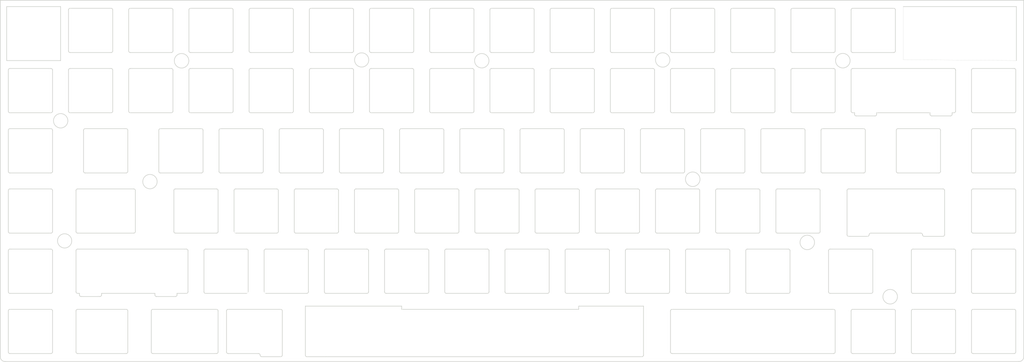
<source format=kicad_pcb>
(kicad_pcb (version 20171130) (host pcbnew "(5.1.9)-1")

  (general
    (thickness 1.6)
    (drawings 750)
    (tracks 0)
    (zones 0)
    (modules 0)
    (nets 1)
  )

  (page A4)
  (layers
    (0 F.Cu signal)
    (31 B.Cu signal)
    (32 B.Adhes user)
    (33 F.Adhes user)
    (34 B.Paste user)
    (35 F.Paste user)
    (36 B.SilkS user)
    (37 F.SilkS user)
    (38 B.Mask user)
    (39 F.Mask user)
    (40 Dwgs.User user)
    (41 Cmts.User user)
    (42 Eco1.User user)
    (43 Eco2.User user)
    (44 Edge.Cuts user)
    (45 Margin user)
    (46 B.CrtYd user)
    (47 F.CrtYd user)
    (48 B.Fab user)
    (49 F.Fab user)
  )

  (setup
    (last_trace_width 0.25)
    (trace_clearance 0.2)
    (zone_clearance 0.508)
    (zone_45_only no)
    (trace_min 0.2)
    (via_size 0.8)
    (via_drill 0.4)
    (via_min_size 0.4)
    (via_min_drill 0.3)
    (uvia_size 0.3)
    (uvia_drill 0.1)
    (uvias_allowed no)
    (uvia_min_size 0.2)
    (uvia_min_drill 0.1)
    (edge_width 0.05)
    (segment_width 0.2)
    (pcb_text_width 0.3)
    (pcb_text_size 1.5 1.5)
    (mod_edge_width 0.12)
    (mod_text_size 1 1)
    (mod_text_width 0.15)
    (pad_size 1.524 1.524)
    (pad_drill 0.762)
    (pad_to_mask_clearance 0)
    (aux_axis_origin 0 0)
    (visible_elements 7FFFFFFF)
    (pcbplotparams
      (layerselection 0x010fc_ffffffff)
      (usegerberextensions false)
      (usegerberattributes true)
      (usegerberadvancedattributes true)
      (creategerberjobfile true)
      (excludeedgelayer true)
      (linewidth 0.100000)
      (plotframeref false)
      (viasonmask false)
      (mode 1)
      (useauxorigin false)
      (hpglpennumber 1)
      (hpglpenspeed 20)
      (hpglpendiameter 15.000000)
      (psnegative false)
      (psa4output false)
      (plotreference true)
      (plotvalue true)
      (plotinvisibletext false)
      (padsonsilk false)
      (subtractmaskfromsilk false)
      (outputformat 1)
      (mirror false)
      (drillshape 0)
      (scaleselection 1)
      (outputdirectory "D:/Keyboard_Designs/rnm-75E/PLATE/gerbers/"))
  )

  (net 0 "")

  (net_class Default "This is the default net class."
    (clearance 0.2)
    (trace_width 0.25)
    (via_dia 0.8)
    (via_drill 0.4)
    (uvia_dia 0.3)
    (uvia_drill 0.1)
  )

  (gr_line (start 57.823364 115.823999) (end 57.8865 115.743) (layer Edge.Cuts) (width 0.05) (tstamp 60A35E5E))
  (gr_arc (start 57.404 115.824) (end 57.386501 116.242999) (angle -92.3916318) (layer Edge.Cuts) (width 0.05))
  (gr_line (start 63.434686 116.258589) (end 63.4365 116.243) (layer Edge.Cuts) (width 0.05) (tstamp 60A35E56))
  (gr_arc (start 63.5 115.697) (end 62.9365 115.742999) (angle -78.69943134) (layer Edge.Cuts) (width 0.05))
  (gr_line (start 53.467 97.028) (end 53.911499 97.193) (layer Edge.Cuts) (width 0.05) (tstamp 60A35E3A))
  (gr_line (start 53.4115 96.693) (end 53.467 97.028) (layer Edge.Cuts) (width 0.05))
  (gr_line (start 265.176 42.291) (end 300.968232 42.592999) (layer Edge.Cuts) (width 0.05) (tstamp 60A35E2E))
  (gr_line (start 265.174 25.511967) (end 265.176 42.291) (layer Edge.Cuts) (width 0.05))
  (gr_arc (start 3.90525 102.743) (end 3.90525 102.243) (angle -90) (layer Edge.Cuts) (width 0.2))
  (gr_arc (start 287.274 96.693) (end 286.774 96.693) (angle -90) (layer Edge.Cuts) (width 0.2))
  (gr_arc (start 225.3615 96.693) (end 224.8615 96.693) (angle -90) (layer Edge.Cuts) (width 0.2))
  (gr_line (start 3.40525 115.743) (end 3.40525 102.743) (layer Edge.Cuts) (width 0.2))
  (gr_arc (start 38.3365 115.743) (end 38.3365 116.243) (angle -90) (layer Edge.Cuts) (width 0.2))
  (gr_line (start 10.99225 117.243) (end 4.992249 117.243) (layer Edge.Cuts) (width 0.2))
  (gr_arc (start 3.90525 115.743) (end 3.40525 115.743) (angle -90) (layer Edge.Cuts) (width 0.2))
  (gr_line (start 4.49225 116.243) (end 3.905249 116.243) (layer Edge.Cuts) (width 0.2))
  (gr_arc (start 270.75575 97.693) (end 271.25575 97.693) (angle -90) (layer Edge.Cuts) (width 0.2))
  (gr_line (start 4.49225 116.743) (end 4.49225 116.243) (layer Edge.Cuts) (width 0.2))
  (gr_arc (start 10.992249 116.743) (end 10.99225 117.243) (angle -90) (layer Edge.Cuts) (width 0.2))
  (gr_line (start 11.49225 116.243) (end 11.49225 116.743) (layer Edge.Cuts) (width 0.2))
  (gr_arc (start 28.86825 116.743) (end 28.36825 116.743) (angle -90) (layer Edge.Cuts) (width 0.2))
  (gr_arc (start 34.86825 116.743) (end 34.86825 117.243) (angle -90) (layer Edge.Cuts) (width 0.2))
  (gr_line (start 34.86825 117.243) (end 28.86825 117.243) (layer Edge.Cuts) (width 0.2))
  (gr_line (start 278.25575 97.693) (end 278.25575 83.693) (layer Edge.Cuts) (width 0.2))
  (gr_line (start 247.87975 98.193) (end 253.87975 98.193) (layer Edge.Cuts) (width 0.2))
  (gr_line (start 277.75575 83.193) (end 247.87975 83.193) (layer Edge.Cuts) (width 0.2))
  (gr_arc (start 300.274 96.693) (end 300.274 97.193) (angle -90) (layer Edge.Cuts) (width 0.2))
  (gr_line (start 38.3365 116.243) (end 35.36825 116.243) (layer Edge.Cuts) (width 0.2))
  (gr_line (start 238.3615 97.193) (end 225.3615 97.193) (layer Edge.Cuts) (width 0.2))
  (gr_arc (start 254.87975 97.693) (end 254.87975 97.193) (angle -90) (layer Edge.Cuts) (width 0.2))
  (gr_arc (start 271.75575 97.692999) (end 271.25575 97.693) (angle -90) (layer Edge.Cuts) (width 0.2))
  (gr_arc (start -4.526001 102.743) (end -4.026001 102.743) (angle -90) (layer Edge.Cuts) (width 0.2))
  (gr_line (start 300.274 83.193) (end 287.274 83.193) (layer Edge.Cuts) (width 0.2))
  (gr_arc (start 277.75575 83.693) (end 278.25575 83.693) (angle -90) (layer Edge.Cuts) (width 0.2))
  (gr_line (start -17.526 116.243) (end -4.526001 116.243) (layer Edge.Cuts) (width 0.2))
  (gr_arc (start 300.274 83.692999) (end 300.774 83.693) (angle -90) (layer Edge.Cuts) (width 0.2))
  (gr_arc (start 238.3615 96.693) (end 238.3615 97.193) (angle -90) (layer Edge.Cuts) (width 0.2))
  (gr_line (start 225.3615 83.193) (end 238.3615 83.193) (layer Edge.Cuts) (width 0.2))
  (gr_arc (start -4.526001 115.743) (end -4.526001 116.243) (angle -90) (layer Edge.Cuts) (width 0.2))
  (gr_arc (start 247.87975 97.693) (end 247.37975 97.693) (angle -90) (layer Edge.Cuts) (width 0.2))
  (gr_line (start 286.774 83.693) (end 286.774 96.693) (layer Edge.Cuts) (width 0.2))
  (gr_arc (start -17.526 115.743) (end -18.026 115.743) (angle -90) (layer Edge.Cuts) (width 0.2))
  (gr_line (start 287.274 97.193) (end 300.274 97.193) (layer Edge.Cuts) (width 0.2))
  (gr_arc (start 225.3615 83.693) (end 225.3615 83.193) (angle -90) (layer Edge.Cuts) (width 0.2))
  (gr_line (start 224.8615 96.693) (end 224.8615 83.693) (layer Edge.Cuts) (width 0.2))
  (gr_arc (start 253.87975 97.693) (end 253.87975 98.193) (angle -90) (layer Edge.Cuts) (width 0.2))
  (gr_line (start 247.37975 83.693) (end 247.37975 97.693) (layer Edge.Cuts) (width 0.2))
  (gr_line (start 271.75575 98.193) (end 277.75575 98.193) (layer Edge.Cuts) (width 0.2))
  (gr_line (start 300.774 96.693) (end 300.774 83.693) (layer Edge.Cuts) (width 0.2))
  (gr_line (start -4.526001 102.243) (end -17.526 102.243) (layer Edge.Cuts) (width 0.2))
  (gr_arc (start 277.75575 97.693) (end 277.75575 98.193) (angle -90) (layer Edge.Cuts) (width 0.2))
  (gr_line (start -4.026001 115.743) (end -4.026001 102.743) (layer Edge.Cuts) (width 0.2))
  (gr_line (start -18.026001 102.743) (end -18.026 115.743) (layer Edge.Cuts) (width 0.2))
  (gr_line (start 238.8615 83.693) (end 238.8615 96.693) (layer Edge.Cuts) (width 0.2))
  (gr_arc (start 247.87975 83.693) (end 247.87975 83.193) (angle -90) (layer Edge.Cuts) (width 0.2))
  (gr_arc (start 238.3615 83.693) (end 238.8615 83.693) (angle -90) (layer Edge.Cuts) (width 0.2))
  (gr_line (start 28.36825 116.743) (end 28.36825 116.243) (layer Edge.Cuts) (width 0.2))
  (gr_line (start 35.36825 116.243) (end 35.36825 116.743) (layer Edge.Cuts) (width 0.2))
  (gr_arc (start -17.526001 102.743) (end -17.526 102.243) (angle -90) (layer Edge.Cuts) (width 0.2))
  (gr_line (start 254.87975 97.193) (end 270.75575 97.192999) (layer Edge.Cuts) (width 0.2))
  (gr_arc (start 287.274 83.693) (end 287.274 83.193) (angle -90) (layer Edge.Cuts) (width 0.2))
  (gr_line (start 28.36825 116.243) (end 11.49225 116.243) (layer Edge.Cuts) (width 0.2))
  (gr_arc (start 38.3365 102.743) (end 38.8365 102.743) (angle -90) (layer Edge.Cuts) (width 0.2))
  (gr_line (start 3.90525 102.243) (end 38.3365 102.243) (layer Edge.Cuts) (width 0.2))
  (gr_arc (start 4.99225 116.743) (end 4.49225 116.743) (angle -90) (layer Edge.Cuts) (width 0.2))
  (gr_arc (start 92.0115 96.693) (end 91.5115 96.693) (angle -90) (layer Edge.Cuts) (width 0.2))
  (gr_arc (start 72.9615 96.693) (end 72.461499 96.693) (angle -90) (layer Edge.Cuts) (width 0.2))
  (gr_line (start 72.9615 83.193) (end 85.9615 83.193) (layer Edge.Cuts) (width 0.2))
  (gr_line (start 105.011499 83.193) (end 92.0115 83.193) (layer Edge.Cuts) (width 0.2))
  (gr_line (start 130.1115 83.193) (end 143.1115 83.193) (layer Edge.Cuts) (width 0.2))
  (gr_arc (start 124.0615 96.692999) (end 124.0615 97.193) (angle -90) (layer Edge.Cuts) (width 0.2))
  (gr_arc (start 111.0615 83.693) (end 111.0615 83.193) (angle -90) (layer Edge.Cuts) (width 0.2))
  (gr_arc (start 130.1115 83.693) (end 130.1115 83.193) (angle -90) (layer Edge.Cuts) (width 0.2))
  (gr_arc (start 92.0115 83.693) (end 92.0115 83.193) (angle -90) (layer Edge.Cuts) (width 0.2))
  (gr_line (start 219.8115 83.693) (end 219.8115 96.693) (layer Edge.Cuts) (width 0.2))
  (gr_line (start 129.6115 96.693) (end 129.6115 83.693) (layer Edge.Cuts) (width 0.2))
  (gr_line (start 181.7115 83.693) (end 181.7115 96.693) (layer Edge.Cuts) (width 0.2))
  (gr_arc (start 168.2115 83.693) (end 168.2115 83.193) (angle -90) (layer Edge.Cuts) (width 0.2))
  (gr_line (start 124.0615 83.193) (end 111.0615 83.193) (layer Edge.Cuts) (width 0.2))
  (gr_arc (start 162.1615 83.693) (end 162.6615 83.693) (angle -90) (layer Edge.Cuts) (width 0.2))
  (gr_arc (start 111.0615 96.693) (end 110.5615 96.693) (angle -90) (layer Edge.Cuts) (width 0.2))
  (gr_arc (start 85.9615 83.693) (end 86.4615 83.693) (angle -90) (layer Edge.Cuts) (width 0.2))
  (gr_line (start 206.3115 83.193) (end 219.3115 83.193) (layer Edge.Cuts) (width 0.2))
  (gr_line (start 187.2615 83.193) (end 200.2615 83.193) (layer Edge.Cuts) (width 0.2))
  (gr_line (start 72.461499 96.693) (end 72.461499 83.693) (layer Edge.Cuts) (width 0.2))
  (gr_line (start 91.5115 83.693) (end 91.5115 96.693) (layer Edge.Cuts) (width 0.2))
  (gr_arc (start 219.3115 83.693) (end 219.8115 83.693) (angle -90) (layer Edge.Cuts) (width 0.2))
  (gr_line (start 200.7615 83.693) (end 200.7615 96.693) (layer Edge.Cuts) (width 0.2))
  (gr_arc (start 200.2615 83.693) (end 200.7615 83.693) (angle -90) (layer Edge.Cuts) (width 0.2))
  (gr_line (start 186.7615 96.693) (end 186.7615 83.693) (layer Edge.Cuts) (width 0.2))
  (gr_arc (start 105.0115 83.693) (end 105.5115 83.693) (angle -90) (layer Edge.Cuts) (width 0.2))
  (gr_arc (start 105.0115 96.692999) (end 105.0115 97.193) (angle -90) (layer Edge.Cuts) (width 0.2))
  (gr_arc (start 149.1615 96.693) (end 148.6615 96.693) (angle -90) (layer Edge.Cuts) (width 0.2))
  (gr_arc (start 162.1615 96.693) (end 162.1615 97.193) (angle -90) (layer Edge.Cuts) (width 0.2))
  (gr_arc (start 85.9615 96.693) (end 85.9615 97.193) (angle -90) (layer Edge.Cuts) (width 0.2))
  (gr_line (start 111.0615 97.193) (end 124.0615 97.193) (layer Edge.Cuts) (width 0.2))
  (gr_arc (start 181.2115 83.693) (end 181.7115 83.693) (angle -90) (layer Edge.Cuts) (width 0.2))
  (gr_arc (start 206.3115 83.693) (end 206.3115 83.193) (angle -90) (layer Edge.Cuts) (width 0.2))
  (gr_line (start 110.5615 83.693) (end 110.5615 96.693) (layer Edge.Cuts) (width 0.2))
  (gr_line (start 148.6615 96.693) (end 148.6615 83.693) (layer Edge.Cuts) (width 0.2))
  (gr_arc (start 72.961499 83.693) (end 72.9615 83.193) (angle -90) (layer Edge.Cuts) (width 0.2))
  (gr_arc (start 219.3115 96.693) (end 219.3115 97.193) (angle -90) (layer Edge.Cuts) (width 0.2))
  (gr_line (start 200.2615 97.193) (end 187.2615 97.193) (layer Edge.Cuts) (width 0.2))
  (gr_line (start 124.5615 96.693) (end 124.5615 83.693) (layer Edge.Cuts) (width 0.2))
  (gr_line (start 162.1615 97.193) (end 149.1615 97.193) (layer Edge.Cuts) (width 0.2))
  (gr_line (start 92.0115 97.193) (end 105.0115 97.193) (layer Edge.Cuts) (width 0.2))
  (gr_line (start 85.9615 97.193) (end 72.9615 97.193) (layer Edge.Cuts) (width 0.2))
  (gr_line (start 86.4615 83.693) (end 86.4615 96.693) (layer Edge.Cuts) (width 0.2))
  (gr_arc (start 187.2615 96.693) (end 186.7615 96.693) (angle -90) (layer Edge.Cuts) (width 0.2))
  (gr_arc (start 200.2615 96.693) (end 200.2615 97.193) (angle -90) (layer Edge.Cuts) (width 0.2))
  (gr_arc (start 206.3115 96.693) (end 205.8115 96.693) (angle -90) (layer Edge.Cuts) (width 0.2))
  (gr_line (start 219.3115 97.193) (end 206.3115 97.193) (layer Edge.Cuts) (width 0.2))
  (gr_line (start 143.1115 97.193) (end 130.1115 97.193) (layer Edge.Cuts) (width 0.2))
  (gr_arc (start 168.2115 96.693) (end 167.7115 96.693) (angle -90) (layer Edge.Cuts) (width 0.2))
  (gr_line (start 105.5115 96.693) (end 105.5115 83.693) (layer Edge.Cuts) (width 0.2))
  (gr_arc (start 124.0615 83.692999) (end 124.5615 83.693) (angle -90) (layer Edge.Cuts) (width 0.2))
  (gr_arc (start 130.1115 96.693) (end 129.6115 96.693) (angle -90) (layer Edge.Cuts) (width 0.2))
  (gr_line (start 168.2115 83.193) (end 181.2115 83.193) (layer Edge.Cuts) (width 0.2))
  (gr_line (start 162.6615 83.693) (end 162.6615 96.693) (layer Edge.Cuts) (width 0.2))
  (gr_arc (start 143.1115 96.693) (end 143.1115 97.193) (angle -90) (layer Edge.Cuts) (width 0.2))
  (gr_line (start 143.6115 83.693) (end 143.6115 96.693) (layer Edge.Cuts) (width 0.2))
  (gr_arc (start 143.1115 83.693) (end 143.6115 83.693) (angle -90) (layer Edge.Cuts) (width 0.2))
  (gr_line (start 167.7115 96.693) (end 167.7115 83.693) (layer Edge.Cuts) (width 0.2))
  (gr_line (start 181.2115 97.193) (end 168.2115 97.193) (layer Edge.Cuts) (width 0.2))
  (gr_arc (start 149.1615 83.693) (end 149.1615 83.193) (angle -90) (layer Edge.Cuts) (width 0.2))
  (gr_line (start 205.8115 96.693) (end 205.8115 83.693) (layer Edge.Cuts) (width 0.2))
  (gr_arc (start 187.2615 83.693) (end 187.2615 83.193) (angle -90) (layer Edge.Cuts) (width 0.2))
  (gr_arc (start 181.2115 96.693) (end 181.2115 97.193) (angle -90) (layer Edge.Cuts) (width 0.2))
  (gr_line (start 149.1615 83.193) (end 162.1615 83.193) (layer Edge.Cuts) (width 0.2))
  (gr_line (start 276.4615 64.143) (end 263.4615 64.143) (layer Edge.Cuts) (width 0.2))
  (gr_line (start 66.9115 97.193) (end 53.911499 97.193) (layer Edge.Cuts) (width 0.2))
  (gr_arc (start 287.274 64.643) (end 287.274 64.143) (angle -90) (layer Edge.Cuts) (width 0.2))
  (gr_arc (start 239.649 77.643) (end 239.149 77.643) (angle -90) (layer Edge.Cuts) (width 0.2))
  (gr_arc (start 300.274 64.642999) (end 300.774 64.643) (angle -90) (layer Edge.Cuts) (width 0.2))
  (gr_arc (start 239.649 64.643) (end 239.649 64.143) (angle -90) (layer Edge.Cuts) (width 0.2))
  (gr_line (start 234.099 64.643) (end 234.099 77.643) (layer Edge.Cuts) (width 0.2))
  (gr_line (start 53.4115 96.693) (end 53.4115 83.693) (layer Edge.Cuts) (width 0.2))
  (gr_arc (start 276.4615 77.643) (end 276.4615 78.143) (angle -90) (layer Edge.Cuts) (width 0.2))
  (gr_line (start 67.4115 83.693) (end 67.4115 96.693) (layer Edge.Cuts) (width 0.2))
  (gr_line (start -18.026001 83.693) (end -18.026 96.693) (layer Edge.Cuts) (width 0.2))
  (gr_line (start -17.526 97.193) (end -4.526001 97.193) (layer Edge.Cuts) (width 0.2))
  (gr_arc (start 21.66775 83.693) (end 22.16775 83.693) (angle -90) (layer Edge.Cuts) (width 0.2))
  (gr_arc (start 220.599 77.643) (end 220.099 77.643) (angle -90) (layer Edge.Cuts) (width 0.2))
  (gr_arc (start 233.599 64.643) (end 234.099 64.643) (angle -90) (layer Edge.Cuts) (width 0.2))
  (gr_line (start 3.905249 97.193) (end 21.66775 97.193) (layer Edge.Cuts) (width 0.2))
  (gr_line (start -4.026001 96.693) (end -4.026 83.693) (layer Edge.Cuts) (width 0.2))
  (gr_arc (start 47.8615 96.693) (end 47.8615 97.193) (angle -90) (layer Edge.Cuts) (width 0.2))
  (gr_line (start 34.8615 97.193) (end 47.8615 97.193) (layer Edge.Cuts) (width 0.2))
  (gr_line (start 286.774 64.643) (end 286.774 77.643) (layer Edge.Cuts) (width 0.2))
  (gr_line (start 300.274 64.143) (end 287.274 64.143) (layer Edge.Cuts) (width 0.2))
  (gr_line (start 300.774 77.643) (end 300.774 64.643) (layer Edge.Cuts) (width 0.2))
  (gr_arc (start 21.66775 96.692999) (end 21.66775 97.193) (angle -90) (layer Edge.Cuts) (width 0.2))
  (gr_line (start 262.9615 64.643) (end 262.9615 77.643) (layer Edge.Cuts) (width 0.2))
  (gr_arc (start 220.599 64.643) (end 220.599 64.143) (angle -90) (layer Edge.Cuts) (width 0.2))
  (gr_arc (start 34.8615 83.693) (end 34.8615 83.193) (angle -90) (layer Edge.Cuts) (width 0.2))
  (gr_line (start 48.3615 96.693) (end 48.3615 83.693) (layer Edge.Cuts) (width 0.2))
  (gr_arc (start 252.649 77.643) (end 252.649 78.143) (angle -90) (layer Edge.Cuts) (width 0.2))
  (gr_arc (start 263.4615 77.643) (end 262.9615 77.643) (angle -90) (layer Edge.Cuts) (width 0.2))
  (gr_line (start 22.16775 96.693) (end 22.16775 83.693) (layer Edge.Cuts) (width 0.2))
  (gr_arc (start -17.526 96.693) (end -18.026 96.693) (angle -90) (layer Edge.Cuts) (width 0.2))
  (gr_arc (start -4.526001 96.693) (end -4.526001 97.193) (angle -90) (layer Edge.Cuts) (width 0.2))
  (gr_line (start 53.9115 83.193) (end 66.9115 83.193) (layer Edge.Cuts) (width 0.2))
  (gr_arc (start 53.9115 83.693) (end 53.9115 83.193) (angle -90) (layer Edge.Cuts) (width 0.2))
  (gr_arc (start 66.9115 96.693) (end 66.9115 97.193) (angle -90) (layer Edge.Cuts) (width 0.2))
  (gr_line (start 252.649 64.143) (end 239.649 64.143) (layer Edge.Cuts) (width 0.2))
  (gr_line (start 263.4615 78.143) (end 276.4615 78.143) (layer Edge.Cuts) (width 0.2))
  (gr_arc (start 34.8615 96.693) (end 34.3615 96.693) (angle -90) (layer Edge.Cuts) (width 0.2))
  (gr_line (start 233.599 78.143) (end 220.599 78.143) (layer Edge.Cuts) (width 0.2))
  (gr_line (start 276.9615 77.643) (end 276.9615 64.643) (layer Edge.Cuts) (width 0.2))
  (gr_arc (start -17.526001 83.693) (end -17.526 83.193) (angle -90) (layer Edge.Cuts) (width 0.2))
  (gr_line (start 21.66775 83.193) (end 3.90525 83.193) (layer Edge.Cuts) (width 0.2))
  (gr_arc (start 3.905249 96.693) (end 3.405249 96.693) (angle -90) (layer Edge.Cuts) (width 0.2))
  (gr_line (start 47.8615 83.193) (end 34.8615 83.193) (layer Edge.Cuts) (width 0.2))
  (gr_line (start 239.149 64.643) (end 239.149 77.643) (layer Edge.Cuts) (width 0.2))
  (gr_arc (start 233.599 77.643) (end 233.599 78.143) (angle -90) (layer Edge.Cuts) (width 0.2))
  (gr_arc (start 252.649 64.643) (end 253.149 64.643) (angle -90) (layer Edge.Cuts) (width 0.2))
  (gr_line (start 220.099 77.643) (end 220.099 64.643) (layer Edge.Cuts) (width 0.2))
  (gr_arc (start 276.4615 64.643) (end 276.9615 64.643) (angle -90) (layer Edge.Cuts) (width 0.2))
  (gr_arc (start 3.905249 83.693) (end 3.90525 83.193) (angle -90) (layer Edge.Cuts) (width 0.2))
  (gr_arc (start 47.8615 83.692999) (end 48.3615 83.693) (angle -90) (layer Edge.Cuts) (width 0.2))
  (gr_line (start 34.3615 83.693) (end 34.3615 96.693) (layer Edge.Cuts) (width 0.2))
  (gr_arc (start 300.274 77.643) (end 300.274 78.143) (angle -90) (layer Edge.Cuts) (width 0.2))
  (gr_line (start 3.405249 83.693) (end 3.405249 96.693) (layer Edge.Cuts) (width 0.2))
  (gr_arc (start 66.9115 83.693) (end 67.4115 83.693) (angle -90) (layer Edge.Cuts) (width 0.2))
  (gr_arc (start 263.4615 64.643) (end 263.4615 64.143) (angle -90) (layer Edge.Cuts) (width 0.2))
  (gr_line (start 220.599 64.143) (end 233.599 64.142999) (layer Edge.Cuts) (width 0.2))
  (gr_line (start 287.274 78.143) (end 300.274 78.143) (layer Edge.Cuts) (width 0.2))
  (gr_arc (start 287.274 77.643) (end 286.774 77.643) (angle -90) (layer Edge.Cuts) (width 0.2))
  (gr_line (start 253.149 77.643) (end 253.149 64.643) (layer Edge.Cuts) (width 0.2))
  (gr_line (start -4.526001 83.193) (end -17.526 83.193) (layer Edge.Cuts) (width 0.2))
  (gr_line (start 239.649 78.143) (end 252.649 78.143) (layer Edge.Cuts) (width 0.2))
  (gr_arc (start -4.526 83.693) (end -4.026 83.693) (angle -90) (layer Edge.Cuts) (width 0.2))
  (gr_line (start 265.174 23.518) (end 300.968232 23.518) (layer Edge.Cuts) (width 0.2))
  (gr_line (start 300.968232 25.511967) (end 300.968232 42.592999) (layer Edge.Cuts) (width 0.2))
  (gr_line (start -18.53371 42.593) (end -18.53371 25.511967) (layer Edge.Cuts) (width 0.2))
  (gr_line (start 300.968232 25.511967) (end 265.174 25.511967) (layer Edge.Cuts) (width 0.2))
  (gr_line (start -20.551 42.593) (end -20.551 25.511967) (layer Edge.Cuts) (width 0.2))
  (gr_line (start 300.968232 23.518) (end 303.298999 23.518) (layer Edge.Cuts) (width 0.2))
  (gr_line (start -18.53371 25.511967) (end -1.476001 25.511967) (layer Edge.Cuts) (width 0.2))
  (gr_line (start -1.476001 42.593) (end -18.53371 42.593) (layer Edge.Cuts) (width 0.2))
  (gr_line (start 303.298999 23.518) (end 303.298999 42.592999) (layer Edge.Cuts) (width 0.2))
  (gr_line (start -1.476001 25.511967) (end -1.476001 42.593) (layer Edge.Cuts) (width 0.2))
  (gr_arc (start 61.173999 135.793) (end 61.673999 135.793) (angle -90) (layer Edge.Cuts) (width 0.2))
  (gr_line (start 27.71775 121.293) (end 47.8615 121.293) (layer Edge.Cuts) (width 0.2))
  (gr_line (start 62.174 136.293) (end 68.174 136.293) (layer Edge.Cuts) (width 0.2))
  (gr_arc (start 62.174 135.792999) (end 61.673999 135.793) (angle -90) (layer Edge.Cuts) (width 0.2))
  (gr_arc (start 68.173999 135.793) (end 68.174 136.293) (angle -90) (layer Edge.Cuts) (width 0.2))
  (gr_arc (start 209.7865 102.743) (end 210.2865 102.743) (angle -90) (layer Edge.Cuts) (width 0.2))
  (gr_line (start -17.526 121.293) (end -4.526001 121.293) (layer Edge.Cuts) (width 0.2))
  (gr_line (start 196.7865 102.243) (end 209.7865 102.243) (layer Edge.Cuts) (width 0.2))
  (gr_arc (start 255.03025 115.743) (end 255.03025 116.243) (angle -90) (layer Edge.Cuts) (width 0.2))
  (gr_line (start 3.905249 135.293) (end 19.2865 135.293) (layer Edge.Cuts) (width 0.2))
  (gr_arc (start 196.7865 102.743) (end 196.7865 102.243) (angle -90) (layer Edge.Cuts) (width 0.2))
  (gr_arc (start 268.224 115.743) (end 267.724 115.743) (angle -90) (layer Edge.Cuts) (width 0.2))
  (gr_line (start 196.2865 115.743) (end 196.2865 102.743) (layer Edge.Cuts) (width 0.2))
  (gr_arc (start 287.274 115.743) (end 286.774 115.743) (angle -90) (layer Edge.Cuts) (width 0.2))
  (gr_arc (start 196.7865 115.743) (end 196.2865 115.743) (angle -90) (layer Edge.Cuts) (width 0.2))
  (gr_line (start 228.8365 102.243) (end 215.8365 102.243) (layer Edge.Cuts) (width 0.2))
  (gr_arc (start 300.274 115.743) (end 300.274 116.243) (angle -90) (layer Edge.Cuts) (width 0.2))
  (gr_arc (start 242.03025 102.743) (end 242.03025 102.243) (angle -90) (layer Edge.Cuts) (width 0.2))
  (gr_line (start 267.724 102.743) (end 267.724 115.743) (layer Edge.Cuts) (width 0.2))
  (gr_line (start 281.224 102.243) (end 268.224 102.243) (layer Edge.Cuts) (width 0.2))
  (gr_arc (start 281.224 102.743) (end 281.724 102.743) (angle -90) (layer Edge.Cuts) (width 0.2))
  (gr_arc (start -17.526 134.793) (end -18.026 134.793) (angle -90) (layer Edge.Cuts) (width 0.2))
  (gr_line (start 19.7865 134.793) (end 19.7865 121.793) (layer Edge.Cuts) (width 0.2))
  (gr_arc (start 215.8365 115.743) (end 215.3365 115.743) (angle -90) (layer Edge.Cuts) (width 0.2))
  (gr_arc (start 209.7865 115.742999) (end 209.7865 116.243) (angle -90) (layer Edge.Cuts) (width 0.2))
  (gr_arc (start 287.274 102.743) (end 287.274 102.243) (angle -90) (layer Edge.Cuts) (width 0.2))
  (gr_line (start 287.274 116.243) (end 300.274 116.243) (layer Edge.Cuts) (width 0.2))
  (gr_arc (start -4.526001 134.793) (end -4.526001 135.293) (angle -90) (layer Edge.Cuts) (width 0.2))
  (gr_arc (start 3.90525 134.793) (end 3.40525 134.793) (angle -90) (layer Edge.Cuts) (width 0.2))
  (gr_line (start -4.026 121.793) (end -4.026 134.793) (layer Edge.Cuts) (width 0.2))
  (gr_line (start 300.274 102.243) (end 287.274 102.243) (layer Edge.Cuts) (width 0.2))
  (gr_arc (start 19.2865 134.792999) (end 19.2865 135.293) (angle -90) (layer Edge.Cuts) (width 0.2))
  (gr_arc (start 300.274 102.742999) (end 300.774 102.743) (angle -90) (layer Edge.Cuts) (width 0.2))
  (gr_line (start 215.8365 116.243) (end 228.8365 116.243) (layer Edge.Cuts) (width 0.2))
  (gr_arc (start 242.03025 115.743) (end 241.53025 115.743) (angle -90) (layer Edge.Cuts) (width 0.2))
  (gr_line (start -4.526001 135.293) (end -17.526 135.293) (layer Edge.Cuts) (width 0.2))
  (gr_line (start 3.405249 121.793) (end 3.40525 134.793) (layer Edge.Cuts) (width 0.2))
  (gr_arc (start 19.2865 121.793) (end 19.7865 121.793) (angle -90) (layer Edge.Cuts) (width 0.2))
  (gr_line (start 268.224 116.243) (end 281.224 116.243) (layer Edge.Cuts) (width 0.2))
  (gr_arc (start 228.8365 102.743) (end 229.3365 102.743) (angle -90) (layer Edge.Cuts) (width 0.2))
  (gr_arc (start 268.224 102.743) (end 268.224 102.243) (angle -90) (layer Edge.Cuts) (width 0.2))
  (gr_line (start 241.53025 115.743) (end 241.53025 102.743) (layer Edge.Cuts) (width 0.2))
  (gr_line (start 215.3365 102.743) (end 215.3365 115.743) (layer Edge.Cuts) (width 0.2))
  (gr_line (start 300.774 115.743) (end 300.774 102.743) (layer Edge.Cuts) (width 0.2))
  (gr_line (start 286.774 102.743) (end 286.774 115.743) (layer Edge.Cuts) (width 0.2))
  (gr_line (start 242.03025 102.243) (end 255.03025 102.243) (layer Edge.Cuts) (width 0.2))
  (gr_line (start -18.026 134.793) (end -18.026001 121.793) (layer Edge.Cuts) (width 0.2))
  (gr_line (start 281.724 115.743) (end 281.724 102.743) (layer Edge.Cuts) (width 0.2))
  (gr_arc (start 3.905249 121.793) (end 3.90525 121.293) (angle -90) (layer Edge.Cuts) (width 0.2))
  (gr_line (start 134.0865 102.743) (end 134.0865 115.743) (layer Edge.Cuts) (width 0.2))
  (gr_line (start 255.53025 102.743) (end 255.53025 115.743) (layer Edge.Cuts) (width 0.2))
  (gr_line (start 229.3365 115.743) (end 229.3365 102.743) (layer Edge.Cuts) (width 0.2))
  (gr_arc (start 27.71775 121.793) (end 27.71775 121.293) (angle -90) (layer Edge.Cuts) (width 0.2))
  (gr_arc (start 255.03025 102.743) (end 255.53025 102.743) (angle -90) (layer Edge.Cuts) (width 0.2))
  (gr_arc (start -17.526001 121.793) (end -17.526 121.293) (angle -90) (layer Edge.Cuts) (width 0.2))
  (gr_arc (start 27.71775 134.793) (end 27.21775 134.793) (angle -90) (layer Edge.Cuts) (width 0.2))
  (gr_arc (start 215.8365 102.743) (end 215.8365 102.243) (angle -90) (layer Edge.Cuts) (width 0.2))
  (gr_line (start 19.2865 121.293) (end 3.90525 121.293) (layer Edge.Cuts) (width 0.2))
  (gr_line (start 27.21775 134.793) (end 27.21775 121.793) (layer Edge.Cuts) (width 0.2))
  (gr_arc (start 281.224 115.743) (end 281.224 116.243) (angle -90) (layer Edge.Cuts) (width 0.2))
  (gr_line (start 47.8615 135.293) (end 27.71775 135.293) (layer Edge.Cuts) (width 0.2))
  (gr_arc (start 47.861499 134.792999) (end 47.8615 135.293) (angle -90) (layer Edge.Cuts) (width 0.2))
  (gr_arc (start -4.526 121.793) (end -4.026 121.793) (angle -90) (layer Edge.Cuts) (width 0.2))
  (gr_line (start 48.3615 121.793) (end 48.3615 134.793) (layer Edge.Cuts) (width 0.2))
  (gr_arc (start 47.8615 121.793) (end 48.3615 121.793) (angle -90) (layer Edge.Cuts) (width 0.2))
  (gr_arc (start 228.8365 115.743) (end 228.8365 116.243) (angle -90) (layer Edge.Cuts) (width 0.2))
  (gr_line (start 209.7865 116.243) (end 196.7865 116.243) (layer Edge.Cuts) (width 0.2))
  (gr_line (start 255.03025 116.243) (end 242.03025 116.243) (layer Edge.Cuts) (width 0.2))
  (gr_line (start 210.2865 102.743) (end 210.2865 115.743) (layer Edge.Cuts) (width 0.2))
  (gr_line (start 76.4365 116.243) (end 63.4365 116.243) (layer Edge.Cuts) (width 0.2))
  (gr_arc (start 152.6365 115.742999) (end 152.6365 116.243) (angle -90) (layer Edge.Cuts) (width 0.2))
  (gr_line (start 76.9365 102.743) (end 76.9365 115.743) (layer Edge.Cuts) (width 0.2))
  (gr_arc (start 114.5365 102.743) (end 115.0365 102.743) (angle -90) (layer Edge.Cuts) (width 0.2))
  (gr_line (start 133.5865 116.243) (end 120.5865 116.243) (layer Edge.Cuts) (width 0.2))
  (gr_arc (start 171.6865 102.743) (end 172.1865 102.743) (angle -90) (layer Edge.Cuts) (width 0.2))
  (gr_arc (start 158.6865 115.743) (end 158.1865 115.743) (angle -90) (layer Edge.Cuts) (width 0.2))
  (gr_arc (start 133.5865 115.742999) (end 133.5865 116.243) (angle -90) (layer Edge.Cuts) (width 0.2))
  (gr_line (start 115.0365 102.743) (end 115.0365 115.743) (layer Edge.Cuts) (width 0.2))
  (gr_arc (start 177.7365 102.743) (end 177.7365 102.243) (angle -90) (layer Edge.Cuts) (width 0.2))
  (gr_line (start 82.4865 116.243) (end 95.4865 116.243) (layer Edge.Cuts) (width 0.2))
  (gr_line (start 95.9865 115.743) (end 95.9865 102.743) (layer Edge.Cuts) (width 0.2))
  (gr_arc (start 76.4365 115.743) (end 76.4365 116.243) (angle -90) (layer Edge.Cuts) (width 0.2))
  (gr_line (start 158.1865 102.743) (end 158.1865 115.743) (layer Edge.Cuts) (width 0.2))
  (gr_arc (start 139.6365 102.743) (end 139.6365 102.243) (angle -90) (layer Edge.Cuts) (width 0.2))
  (gr_arc (start 171.6865 115.742999) (end 171.6865 116.243) (angle -90) (layer Edge.Cuts) (width 0.2))
  (gr_arc (start 190.7365 102.743) (end 191.2365 102.743) (angle -90) (layer Edge.Cuts) (width 0.2))
  (gr_line (start 57.8865 102.743) (end 57.8865 115.743) (layer Edge.Cuts) (width 0.2))
  (gr_line (start 152.6365 116.243) (end 139.6365 116.243) (layer Edge.Cuts) (width 0.2))
  (gr_line (start 190.7365 102.243) (end 177.7365 102.243) (layer Edge.Cuts) (width 0.2))
  (gr_arc (start 158.6865 102.743) (end 158.6865 102.243) (angle -90) (layer Edge.Cuts) (width 0.2))
  (gr_line (start 171.6865 102.243) (end 158.6865 102.243) (layer Edge.Cuts) (width 0.2))
  (gr_line (start 38.8365 102.743) (end 38.8365 115.743) (layer Edge.Cuts) (width 0.2))
  (gr_line (start 44.3865 102.243) (end 57.3865 102.243) (layer Edge.Cuts) (width 0.2))
  (gr_line (start 63.4365 102.243) (end 76.4365 102.243) (layer Edge.Cuts) (width 0.2))
  (gr_line (start 62.936499 115.743) (end 62.936499 102.743) (layer Edge.Cuts) (width 0.2))
  (gr_arc (start 101.5365 115.742999) (end 101.0365 115.743) (angle -90) (layer Edge.Cuts) (width 0.2))
  (gr_arc (start 114.5365 115.743) (end 114.5365 116.243) (angle -90) (layer Edge.Cuts) (width 0.2))
  (gr_arc (start 152.6365 102.743) (end 153.1365 102.743) (angle -90) (layer Edge.Cuts) (width 0.2))
  (gr_line (start 172.1865 115.743) (end 172.1865 102.743) (layer Edge.Cuts) (width 0.2))
  (gr_line (start 101.0365 115.743) (end 101.0365 102.743) (layer Edge.Cuts) (width 0.2))
  (gr_line (start 191.2365 115.743) (end 191.2365 102.743) (layer Edge.Cuts) (width 0.2))
  (gr_line (start 158.6865 116.243) (end 171.6865 116.243) (layer Edge.Cuts) (width 0.2))
  (gr_arc (start 76.4365 102.743) (end 76.9365 102.743) (angle -90) (layer Edge.Cuts) (width 0.2))
  (gr_line (start 177.2365 102.743) (end 177.2365 115.743) (layer Edge.Cuts) (width 0.2))
  (gr_line (start 177.7365 116.243) (end 190.7365 116.243) (layer Edge.Cuts) (width 0.2))
  (gr_line (start 43.8865 115.743) (end 43.8865 102.743) (layer Edge.Cuts) (width 0.2))
  (gr_line (start 57.3865 116.243) (end 44.386499 116.243) (layer Edge.Cuts) (width 0.2))
  (gr_line (start 114.5365 116.243) (end 101.5365 116.243) (layer Edge.Cuts) (width 0.2))
  (gr_line (start 153.1365 102.743) (end 153.1365 115.743) (layer Edge.Cuts) (width 0.2))
  (gr_line (start 139.6365 102.243) (end 152.6365 102.243) (layer Edge.Cuts) (width 0.2))
  (gr_arc (start 44.3865 102.743) (end 44.3865 102.243) (angle -90) (layer Edge.Cuts) (width 0.2))
  (gr_arc (start 44.3865 115.743) (end 43.8865 115.743) (angle -90) (layer Edge.Cuts) (width 0.2))
  (gr_arc (start 139.6365 115.743) (end 139.1365 115.743) (angle -90) (layer Edge.Cuts) (width 0.2))
  (gr_arc (start 177.7365 115.743) (end 177.2365 115.743) (angle -90) (layer Edge.Cuts) (width 0.2))
  (gr_arc (start 133.5865 102.743) (end 134.0865 102.743) (angle -90) (layer Edge.Cuts) (width 0.2))
  (gr_line (start 81.9865 102.743) (end 81.9865 115.743) (layer Edge.Cuts) (width 0.2))
  (gr_arc (start 63.436499 102.743) (end 63.4365 102.243) (angle -90) (layer Edge.Cuts) (width 0.2))
  (gr_arc (start 190.7365 115.742999) (end 190.7365 116.243) (angle -90) (layer Edge.Cuts) (width 0.2))
  (gr_arc (start 120.5865 115.743) (end 120.0865 115.743) (angle -90) (layer Edge.Cuts) (width 0.2))
  (gr_arc (start 95.4865 115.742999) (end 95.4865 116.243) (angle -90) (layer Edge.Cuts) (width 0.2))
  (gr_arc (start 95.4865 102.743) (end 95.9865 102.743) (angle -90) (layer Edge.Cuts) (width 0.2))
  (gr_line (start 120.5865 102.243) (end 133.5865 102.243) (layer Edge.Cuts) (width 0.2))
  (gr_arc (start 120.5865 102.743) (end 120.5865 102.243) (angle -90) (layer Edge.Cuts) (width 0.2))
  (gr_line (start 120.0865 115.743) (end 120.0865 102.743) (layer Edge.Cuts) (width 0.2))
  (gr_arc (start 82.4865 115.742999) (end 81.9865 115.743) (angle -90) (layer Edge.Cuts) (width 0.2))
  (gr_arc (start 82.4865 102.743) (end 82.4865 102.243) (angle -90) (layer Edge.Cuts) (width 0.2))
  (gr_arc (start 101.5365 102.743) (end 101.5365 102.243) (angle -90) (layer Edge.Cuts) (width 0.2))
  (gr_line (start 139.1365 115.743) (end 139.1365 102.743) (layer Edge.Cuts) (width 0.2))
  (gr_arc (start 57.3865 102.743) (end 57.8865 102.743) (angle -90) (layer Edge.Cuts) (width 0.2))
  (gr_line (start 95.486499 102.243) (end 82.4865 102.243) (layer Edge.Cuts) (width 0.2))
  (gr_line (start 101.5365 102.243) (end 114.5365 102.243) (layer Edge.Cuts) (width 0.2))
  (gr_arc (start 268.224 121.793) (end 268.224 121.293) (angle -90) (layer Edge.Cuts) (width 0.2))
  (gr_arc (start 51.53025 134.793) (end 51.03025 134.793) (angle -90) (layer Edge.Cuts) (width 0.2))
  (gr_arc (start 281.224 121.793) (end 281.724 121.793) (angle -90) (layer Edge.Cuts) (width 0.2))
  (gr_arc (start 262.174 134.793) (end 262.174 135.293) (angle -90) (layer Edge.Cuts) (width 0.2))
  (gr_line (start -20.551 25.511967) (end -20.551 23.518) (layer Edge.Cuts) (width 0.2))
  (gr_line (start -20.551 23.518) (end -1.476001 23.518) (layer Edge.Cuts) (width 0.2))
  (gr_line (start 82.46775 136.293) (end 76.46775 136.293) (layer Edge.Cuts) (width 0.2))
  (gr_circle (center 131.799007 42.638) (end 129.522412 42.638) (layer Edge.Cuts) (width 0.2))
  (gr_circle (center -0.19558 99.638454) (end -2.449112 99.638454) (layer Edge.Cuts) (width 0.2))
  (gr_line (start 262.174 135.293) (end 249.174 135.293) (layer Edge.Cuts) (width 0.2))
  (gr_circle (center 198.548065 80.137373) (end 196.248083 80.137373) (layer Edge.Cuts) (width 0.2))
  (gr_circle (center -1.452361 61.638329) (end -3.728593 61.638329) (layer Edge.Cuts) (width 0.2))
  (gr_line (start 75.96775 120.293) (end 106.46775 120.293) (layer Edge.Cuts) (width 0.2))
  (gr_line (start 182.474 136.293) (end 82.469481 136.293) (layer Edge.Cuts) (width 0.2))
  (gr_line (start 182.974 120.293) (end 182.974 135.793) (layer Edge.Cuts) (width 0.2))
  (gr_circle (center 234.799012 100.128003) (end 232.504111 100.128003) (layer Edge.Cuts) (width 0.2))
  (gr_line (start 106.46775 121.293) (end 162.474 121.293) (layer Edge.Cuts) (width 0.2))
  (gr_arc (start 68.174 121.793) (end 68.674 121.793) (angle -90) (layer Edge.Cuts) (width 0.2))
  (gr_line (start 300.774 134.793) (end 300.774 121.793) (layer Edge.Cuts) (width 0.2))
  (gr_line (start 51.530249 135.293) (end 61.173999 135.293) (layer Edge.Cuts) (width 0.2))
  (gr_line (start 243.624 134.793) (end 243.624 121.793) (layer Edge.Cuts) (width 0.2))
  (gr_line (start 287.274 135.293) (end 300.274 135.293) (layer Edge.Cuts) (width 0.2))
  (gr_line (start 192.024 135.293) (end 243.124 135.293) (layer Edge.Cuts) (width 0.2))
  (gr_line (start 281.224 121.293) (end 268.224 121.293) (layer Edge.Cuts) (width 0.2))
  (gr_arc (start 192.024 134.793) (end 191.524 134.793) (angle -90) (layer Edge.Cuts) (width 0.2))
  (gr_arc (start 281.224 134.793) (end 281.224 135.293) (angle -90) (layer Edge.Cuts) (width 0.2))
  (gr_arc (start 268.224 134.793) (end 267.724 134.793) (angle -90) (layer Edge.Cuts) (width 0.2))
  (gr_arc (start 249.174 121.793) (end 249.174 121.293) (angle -90) (layer Edge.Cuts) (width 0.2))
  (gr_arc (start 249.174 134.793) (end 248.674 134.793) (angle -90) (layer Edge.Cuts) (width 0.2))
  (gr_arc (start 51.530249 121.793) (end 51.53025 121.293) (angle -90) (layer Edge.Cuts) (width 0.2))
  (gr_circle (center 26.800181 80.888543) (end 24.523076 80.888543) (layer Edge.Cuts) (width 0.2))
  (gr_arc (start 192.024 121.793) (end 192.024 121.293) (angle -90) (layer Edge.Cuts) (width 0.2))
  (gr_circle (center 246.048994 42.617999) (end 243.746821 42.617999) (layer Edge.Cuts) (width 0.2))
  (gr_circle (center 189.047343 42.390473) (end 186.772481 42.390473) (layer Edge.Cuts) (width 0.2))
  (gr_line (start 162.474 120.293) (end 182.974 120.293) (layer Edge.Cuts) (width 0.2))
  (gr_arc (start 182.474 135.793) (end 182.474 136.293) (angle -90) (layer Edge.Cuts) (width 0.2))
  (gr_line (start 243.124 121.293) (end 192.024 121.293) (layer Edge.Cuts) (width 0.2))
  (gr_line (start 281.724 134.793) (end 281.724 121.793) (layer Edge.Cuts) (width 0.2))
  (gr_line (start 75.96775 135.793) (end 75.96775 120.293) (layer Edge.Cuts) (width 0.2))
  (gr_arc (start 76.46775 135.793) (end 75.96775 135.793) (angle -90) (layer Edge.Cuts) (width 0.2))
  (gr_line (start 267.724 121.793) (end 267.724 134.793) (layer Edge.Cuts) (width 0.2))
  (gr_line (start 51.030249 121.793) (end 51.03025 134.793) (layer Edge.Cuts) (width 0.2))
  (gr_line (start 249.174 121.293) (end 262.174 121.293) (layer Edge.Cuts) (width 0.2))
  (gr_arc (start 243.124 121.793) (end 243.624 121.793) (angle -90) (layer Edge.Cuts) (width 0.2))
  (gr_line (start 68.174 121.293) (end 51.53025 121.293) (layer Edge.Cuts) (width 0.2))
  (gr_arc (start 243.124 134.792999) (end 243.124 135.293) (angle -90) (layer Edge.Cuts) (width 0.2))
  (gr_line (start 248.674 134.793) (end 248.674 121.793) (layer Edge.Cuts) (width 0.2))
  (gr_line (start 106.46775 120.293) (end 106.46775 121.293) (layer Edge.Cuts) (width 0.2))
  (gr_line (start 286.774 121.793) (end 286.774 134.793) (layer Edge.Cuts) (width 0.2))
  (gr_circle (center 93.799005 42.3855) (end 91.547763 42.3855) (layer Edge.Cuts) (width 0.2))
  (gr_line (start 268.224 135.293) (end 281.224 135.293) (layer Edge.Cuts) (width 0.2))
  (gr_line (start 191.524 121.793) (end 191.524 134.793) (layer Edge.Cuts) (width 0.2))
  (gr_arc (start 300.274 134.793) (end 300.274 135.293) (angle -90) (layer Edge.Cuts) (width 0.2))
  (gr_arc (start 300.274 121.792999) (end 300.774 121.793) (angle -90) (layer Edge.Cuts) (width 0.2))
  (gr_circle (center 261.02756 117.30608) (end 258.723655 117.30608) (layer Edge.Cuts) (width 0.2))
  (gr_circle (center 36.804979 42.648118) (end 34.505012 42.648118) (layer Edge.Cuts) (width 0.2))
  (gr_line (start 162.474 121.293) (end 162.474 120.293) (layer Edge.Cuts) (width 0.2))
  (gr_arc (start 287.274 134.793) (end 286.774 134.793) (angle -90) (layer Edge.Cuts) (width 0.2))
  (gr_arc (start 262.174 121.793) (end 262.674 121.793) (angle -90) (layer Edge.Cuts) (width 0.2))
  (gr_line (start 68.674 135.793) (end 68.674 121.793) (layer Edge.Cuts) (width 0.2))
  (gr_arc (start 287.274 121.793) (end 287.274 121.293) (angle -90) (layer Edge.Cuts) (width 0.2))
  (gr_line (start 300.274 121.293) (end 287.274 121.293) (layer Edge.Cuts) (width 0.2))
  (gr_line (start 262.674 121.793) (end 262.674 134.793) (layer Edge.Cuts) (width 0.2))
  (gr_line (start 300.274 59.093) (end 287.274 59.093) (layer Edge.Cuts) (width 0.2))
  (gr_arc (start 256.261 59.592999) (end 256.261 60.093) (angle -90) (layer Edge.Cuts) (width 0.2))
  (gr_line (start -4.526001 64.143) (end -17.526 64.143) (layer Edge.Cuts) (width 0.2))
  (gr_line (start 273.637 59.093) (end 273.637 59.593) (layer Edge.Cuts) (width 0.2))
  (gr_line (start 248.674 45.592999) (end 248.674 58.593) (layer Edge.Cuts) (width 0.2))
  (gr_line (start 281.724 58.593) (end 281.724 45.593) (layer Edge.Cuts) (width 0.2))
  (gr_line (start -17.526 78.143) (end -4.526001 78.143) (layer Edge.Cuts) (width 0.2))
  (gr_arc (start 49.149 77.643) (end 48.649 77.643) (angle -90) (layer Edge.Cuts) (width 0.2))
  (gr_arc (start 6.286499 77.643) (end 5.7865 77.643) (angle -90) (layer Edge.Cuts) (width 0.2))
  (gr_line (start 5.7865 77.643) (end 5.7865 64.643) (layer Edge.Cuts) (width 0.2))
  (gr_arc (start 249.174 45.593) (end 249.174 45.093) (angle -90) (layer Edge.Cuts) (width 0.2))
  (gr_arc (start 62.149 64.643) (end 62.649 64.643) (angle -90) (layer Edge.Cuts) (width 0.2))
  (gr_arc (start 300.274 45.592999) (end 300.774 45.593) (angle -90) (layer Edge.Cuts) (width 0.2))
  (gr_line (start 6.2865 64.143) (end 19.2865 64.143) (layer Edge.Cuts) (width 0.2))
  (gr_line (start 256.761 59.593) (end 256.761 59.093) (layer Edge.Cuts) (width 0.2))
  (gr_line (start 250.261 60.093) (end 256.261 60.093) (layer Edge.Cuts) (width 0.2))
  (gr_arc (start 250.261 59.593) (end 249.761 59.593) (angle -90) (layer Edge.Cuts) (width 0.2))
  (gr_line (start 62.149 64.143) (end 49.149 64.143) (layer Edge.Cuts) (width 0.2))
  (gr_arc (start 249.174 58.593) (end 248.674 58.593) (angle -90) (layer Edge.Cuts) (width 0.2))
  (gr_line (start 286.774 58.593) (end 286.774 45.592999) (layer Edge.Cuts) (width 0.2))
  (gr_line (start -18.026001 64.643) (end -18.026 77.643) (layer Edge.Cuts) (width 0.2))
  (gr_line (start 281.224 45.092999) (end 249.174 45.093) (layer Edge.Cuts) (width 0.2))
  (gr_arc (start 281.224 58.593) (end 281.224 59.093) (angle -90) (layer Edge.Cuts) (width 0.2))
  (gr_arc (start 49.149 64.642999) (end 49.149 64.143) (angle -90) (layer Edge.Cuts) (width 0.2))
  (gr_arc (start 287.274 45.593) (end 287.274 45.093) (angle -90) (layer Edge.Cuts) (width 0.2))
  (gr_arc (start 6.2865 64.643) (end 6.2865 64.143) (angle -90) (layer Edge.Cuts) (width 0.2))
  (gr_line (start 49.148999 78.143) (end 62.149 78.143) (layer Edge.Cuts) (width 0.2))
  (gr_arc (start 19.286499 77.643) (end 19.2865 78.143) (angle -90) (layer Edge.Cuts) (width 0.2))
  (gr_line (start 249.761 59.093) (end 249.761 59.593) (layer Edge.Cuts) (width 0.2))
  (gr_line (start 287.274 45.093) (end 300.274 45.093) (layer Edge.Cuts) (width 0.2))
  (gr_arc (start -4.526 77.643) (end -4.526001 78.143) (angle -90) (layer Edge.Cuts) (width 0.2))
  (gr_line (start 48.649 64.643) (end 48.649 77.643) (layer Edge.Cuts) (width 0.2))
  (gr_line (start 300.774 45.593) (end 300.774 58.593) (layer Edge.Cuts) (width 0.2))
  (gr_line (start 62.649 77.643) (end 62.649 64.643) (layer Edge.Cuts) (width 0.2))
  (gr_line (start 280.637 59.093) (end 281.224 59.093) (layer Edge.Cuts) (width 0.2))
  (gr_arc (start -4.526 64.643) (end -4.026 64.643) (angle -90) (layer Edge.Cuts) (width 0.2))
  (gr_line (start 280.637 59.593) (end 280.637 59.093) (layer Edge.Cuts) (width 0.2))
  (gr_arc (start 281.224 45.592999) (end 281.724 45.593) (angle -90) (layer Edge.Cuts) (width 0.2))
  (gr_line (start -4.026001 77.643) (end -4.026 64.643) (layer Edge.Cuts) (width 0.2))
  (gr_arc (start 300.274 58.593) (end 300.274 59.093) (angle -90) (layer Edge.Cuts) (width 0.2))
  (gr_line (start 249.174 59.093) (end 249.761 59.093) (layer Edge.Cuts) (width 0.2))
  (gr_arc (start 280.137 59.593) (end 280.137 60.093) (angle -90) (layer Edge.Cuts) (width 0.2))
  (gr_line (start 274.137 60.093) (end 280.137 60.093) (layer Edge.Cuts) (width 0.2))
  (gr_arc (start 62.149 77.643) (end 62.149 78.143) (angle -90) (layer Edge.Cuts) (width 0.2))
  (gr_arc (start 287.274 58.593) (end 286.774 58.593) (angle -90) (layer Edge.Cuts) (width 0.2))
  (gr_line (start 19.2865 78.143) (end 6.2865 78.143) (layer Edge.Cuts) (width 0.2))
  (gr_arc (start -17.526001 77.643) (end -18.026 77.643) (angle -90) (layer Edge.Cuts) (width 0.2))
  (gr_arc (start 274.137 59.593) (end 273.637 59.593) (angle -90) (layer Edge.Cuts) (width 0.2))
  (gr_line (start 256.761 59.093) (end 273.637 59.093) (layer Edge.Cuts) (width 0.2))
  (gr_line (start 19.7865 64.643) (end 19.786499 77.643) (layer Edge.Cuts) (width 0.2))
  (gr_arc (start -17.526001 64.643) (end -17.526 64.143) (angle -90) (layer Edge.Cuts) (width 0.2))
  (gr_arc (start 19.2865 64.643) (end 19.7865 64.643) (angle -90) (layer Edge.Cuts) (width 0.2))
  (gr_line (start 243.124 45.092999) (end 230.124 45.093) (layer Edge.Cuts) (width 0.2))
  (gr_line (start 153.424 58.593) (end 153.424 45.593) (layer Edge.Cuts) (width 0.2))
  (gr_arc (start 185.974 45.592999) (end 186.474 45.593) (angle -90) (layer Edge.Cuts) (width 0.2))
  (gr_arc (start 43.099 64.643) (end 43.599 64.643) (angle -90) (layer Edge.Cuts) (width 0.2))
  (gr_line (start 230.124 59.093) (end 243.124 59.093) (layer Edge.Cuts) (width 0.2))
  (gr_arc (start 192.024 45.593) (end 192.024 45.093) (angle -90) (layer Edge.Cuts) (width 0.2))
  (gr_line (start 205.024 45.092999) (end 192.024 45.093) (layer Edge.Cuts) (width 0.2))
  (gr_arc (start 205.024 45.592999) (end 205.524 45.593) (angle -90) (layer Edge.Cuts) (width 0.2))
  (gr_arc (start 172.974 58.593) (end 172.474 58.593) (angle -90) (layer Edge.Cuts) (width 0.2))
  (gr_arc (start 134.874 58.593) (end 134.374 58.593) (angle -90) (layer Edge.Cuts) (width 0.2))
  (gr_line (start 205.524 58.593) (end 205.524 45.593) (layer Edge.Cuts) (width 0.2))
  (gr_arc (start 205.024 58.593) (end 205.024 59.093) (angle -90) (layer Edge.Cuts) (width 0.2))
  (gr_line (start 192.024 59.093) (end 205.024 59.093) (layer Edge.Cuts) (width 0.2))
  (gr_arc (start 192.024 58.593) (end 191.524 58.593) (angle -90) (layer Edge.Cuts) (width 0.2))
  (gr_arc (start 243.124 58.592999) (end 243.124 59.093) (angle -90) (layer Edge.Cuts) (width 0.2))
  (gr_line (start 224.074 45.092999) (end 211.074 45.093) (layer Edge.Cuts) (width 0.2))
  (gr_arc (start 147.874 45.592999) (end 148.374 45.593) (angle -90) (layer Edge.Cuts) (width 0.2))
  (gr_line (start 172.974 45.093) (end 185.974 45.092999) (layer Edge.Cuts) (width 0.2))
  (gr_arc (start 230.124 58.593) (end 229.624 58.593) (angle -90) (layer Edge.Cuts) (width 0.2))
  (gr_arc (start 147.874 58.593) (end 147.874 59.093) (angle -90) (layer Edge.Cuts) (width 0.2))
  (gr_line (start 153.924 45.093) (end 166.924 45.092999) (layer Edge.Cuts) (width 0.2))
  (gr_line (start 229.624 45.592999) (end 229.624 58.593) (layer Edge.Cuts) (width 0.2))
  (gr_arc (start 243.124 45.593) (end 243.624 45.592999) (angle -90) (layer Edge.Cuts) (width 0.2))
  (gr_line (start 172.474 58.593) (end 172.474 45.592999) (layer Edge.Cuts) (width 0.2))
  (gr_line (start 210.574 45.592999) (end 210.574 58.593) (layer Edge.Cuts) (width 0.2))
  (gr_line (start 129.324 45.593) (end 129.324 58.593) (layer Edge.Cuts) (width 0.2))
  (gr_line (start 134.374 58.593) (end 134.374 45.592999) (layer Edge.Cuts) (width 0.2))
  (gr_arc (start 166.924 58.593) (end 166.924 59.093) (angle -90) (layer Edge.Cuts) (width 0.2))
  (gr_line (start 148.374 45.593) (end 148.374 58.593) (layer Edge.Cuts) (width 0.2))
  (gr_arc (start 115.824 45.592999) (end 115.824 45.093) (angle -90) (layer Edge.Cuts) (width 0.2))
  (gr_line (start 167.424 45.593) (end 167.424 58.593) (layer Edge.Cuts) (width 0.2))
  (gr_line (start 243.624 58.593) (end 243.624 45.592999) (layer Edge.Cuts) (width 0.2))
  (gr_arc (start 224.074 45.592999) (end 224.574 45.592999) (angle -90) (layer Edge.Cuts) (width 0.2))
  (gr_line (start 115.824 45.093) (end 128.824 45.092999) (layer Edge.Cuts) (width 0.2))
  (gr_arc (start 172.974 45.593) (end 172.974 45.093) (angle -90) (layer Edge.Cuts) (width 0.2))
  (gr_arc (start 153.924 58.593) (end 153.424 58.593) (angle -90) (layer Edge.Cuts) (width 0.2))
  (gr_arc (start 185.974 58.593) (end 185.974 59.093) (angle -90) (layer Edge.Cuts) (width 0.2))
  (gr_line (start 115.324 58.593) (end 115.324 45.592999) (layer Edge.Cuts) (width 0.2))
  (gr_arc (start 153.924 45.593) (end 153.924 45.093) (angle -90) (layer Edge.Cuts) (width 0.2))
  (gr_arc (start 230.124 45.593) (end 230.124 45.093) (angle -90) (layer Edge.Cuts) (width 0.2))
  (gr_arc (start 224.074 58.593) (end 224.074 59.093) (angle -90) (layer Edge.Cuts) (width 0.2))
  (gr_line (start 211.074 59.093) (end 224.074 59.093) (layer Edge.Cuts) (width 0.2))
  (gr_line (start 224.574 58.593) (end 224.574 45.592999) (layer Edge.Cuts) (width 0.2))
  (gr_line (start 134.874 45.093) (end 147.874 45.092999) (layer Edge.Cuts) (width 0.2))
  (gr_arc (start 134.874 45.592999) (end 134.874 45.093) (angle -90) (layer Edge.Cuts) (width 0.2))
  (gr_arc (start 166.924 45.592999) (end 167.424 45.593) (angle -90) (layer Edge.Cuts) (width 0.2))
  (gr_arc (start 128.824 58.593) (end 128.824 59.093) (angle -90) (layer Edge.Cuts) (width 0.2))
  (gr_line (start 186.474 45.593) (end 186.474 58.593) (layer Edge.Cuts) (width 0.2))
  (gr_arc (start 128.824 45.592999) (end 129.324 45.593) (angle -90) (layer Edge.Cuts) (width 0.2))
  (gr_arc (start 211.074 45.593) (end 211.074 45.093) (angle -90) (layer Edge.Cuts) (width 0.2))
  (gr_arc (start 115.824 58.592999) (end 115.324 58.593) (angle -90) (layer Edge.Cuts) (width 0.2))
  (gr_line (start 185.974 59.093) (end 172.974 59.093) (layer Edge.Cuts) (width 0.2))
  (gr_line (start 147.874 59.093) (end 134.874 59.093) (layer Edge.Cuts) (width 0.2))
  (gr_line (start 30.099 64.143) (end 43.099 64.143) (layer Edge.Cuts) (width 0.2))
  (gr_arc (start 30.099 64.643) (end 30.099 64.143) (angle -90) (layer Edge.Cuts) (width 0.2))
  (gr_arc (start 43.099 77.643) (end 43.099 78.143) (angle -90) (layer Edge.Cuts) (width 0.2))
  (gr_line (start 128.824 59.093) (end 115.824 59.093) (layer Edge.Cuts) (width 0.2))
  (gr_line (start 191.524 45.592999) (end 191.524 58.593) (layer Edge.Cuts) (width 0.2))
  (gr_line (start 166.924 59.093) (end 153.924 59.093) (layer Edge.Cuts) (width 0.2))
  (gr_arc (start 211.074 58.593) (end 210.574 58.593) (angle -90) (layer Edge.Cuts) (width 0.2))
  (gr_line (start 29.599 77.643) (end 29.599 64.643) (layer Edge.Cuts) (width 0.2))
  (gr_arc (start 30.099 77.643) (end 29.599 77.643) (angle -90) (layer Edge.Cuts) (width 0.2))
  (gr_line (start 43.099 78.143) (end 30.099 78.143) (layer Edge.Cuts) (width 0.2))
  (gr_line (start 43.599 64.643) (end 43.599 77.643) (layer Edge.Cuts) (width 0.2))
  (gr_line (start 34.073999 58.593) (end 34.073999 45.592999) (layer Edge.Cuts) (width 0.2))
  (gr_line (start 77.724 45.093) (end 90.724 45.092999) (layer Edge.Cuts) (width 0.2))
  (gr_line (start 15.024 58.593) (end 15.024 45.593) (layer Edge.Cuts) (width 0.2))
  (gr_arc (start 109.773999 58.593) (end 109.773999 59.093) (angle -90) (layer Edge.Cuts) (width 0.2))
  (gr_arc (start 71.674 45.593) (end 72.174 45.593) (angle -90) (layer Edge.Cuts) (width 0.2))
  (gr_line (start 248.674 39.542999) (end 248.674 26.543) (layer Edge.Cuts) (width 0.2))
  (gr_arc (start 39.624 58.593) (end 39.124 58.593) (angle -90) (layer Edge.Cuts) (width 0.2))
  (gr_line (start 39.623999 59.093) (end 52.623999 59.093) (layer Edge.Cuts) (width 0.2))
  (gr_arc (start 14.524 45.593) (end 15.024 45.593) (angle -90) (layer Edge.Cuts) (width 0.2))
  (gr_arc (start 39.624 45.592999) (end 39.624 45.093) (angle -90) (layer Edge.Cuts) (width 0.2))
  (gr_arc (start 52.623999 58.593) (end 52.623999 59.093) (angle -90) (layer Edge.Cuts) (width 0.2))
  (gr_line (start 262.174 40.043) (end 249.174 40.043) (layer Edge.Cuts) (width 0.2))
  (gr_line (start -4.026001 58.593) (end -4.026 45.593) (layer Edge.Cuts) (width 0.2))
  (gr_arc (start 109.773999 45.592999) (end 110.273999 45.593) (angle -90) (layer Edge.Cuts) (width 0.2))
  (gr_arc (start 58.674 45.593) (end 58.674 45.093) (angle -90) (layer Edge.Cuts) (width 0.2))
  (gr_line (start 39.124 45.592999) (end 39.124 58.593) (layer Edge.Cuts) (width 0.2))
  (gr_arc (start 52.624 45.593) (end 53.124 45.593) (angle -90) (layer Edge.Cuts) (width 0.2))
  (gr_line (start 71.674 45.093) (end 58.674 45.093) (layer Edge.Cuts) (width 0.2))
  (gr_arc (start 33.574 45.592999) (end 34.073999 45.592999) (angle -90) (layer Edge.Cuts) (width 0.2))
  (gr_arc (start 1.523999 45.593) (end 1.523999 45.093) (angle -90) (layer Edge.Cuts) (width 0.2))
  (gr_line (start 52.623999 45.093) (end 39.624 45.093) (layer Edge.Cuts) (width 0.2))
  (gr_line (start 90.724 59.093) (end 77.724 59.093) (layer Edge.Cuts) (width 0.2))
  (gr_line (start 91.224 45.593) (end 91.224 58.593) (layer Edge.Cuts) (width 0.2))
  (gr_line (start 96.774 59.093) (end 109.773999 59.093) (layer Edge.Cuts) (width 0.2))
  (gr_line (start 262.674 26.543) (end 262.674 39.542999) (layer Edge.Cuts) (width 0.2))
  (gr_arc (start 58.674 58.593) (end 58.174 58.593) (angle -90) (layer Edge.Cuts) (width 0.2))
  (gr_arc (start 90.724 45.593) (end 91.224 45.593) (angle -90) (layer Edge.Cuts) (width 0.2))
  (gr_line (start 77.224 58.593) (end 77.224 45.592999) (layer Edge.Cuts) (width 0.2))
  (gr_arc (start -17.526001 45.593) (end -17.526 45.093) (angle -90) (layer Edge.Cuts) (width 0.2))
  (gr_line (start 249.174 26.043) (end 262.174 26.042999) (layer Edge.Cuts) (width 0.2))
  (gr_line (start -18.026001 45.592999) (end -18.026001 58.593) (layer Edge.Cuts) (width 0.2))
  (gr_arc (start 90.724 58.592999) (end 90.724 59.093) (angle -90) (layer Edge.Cuts) (width 0.2))
  (gr_arc (start 77.724 45.593) (end 77.724 45.093) (angle -90) (layer Edge.Cuts) (width 0.2))
  (gr_line (start 14.524 45.093) (end 1.523999 45.093) (layer Edge.Cuts) (width 0.2))
  (gr_arc (start 71.674 58.592999) (end 71.674 59.093) (angle -90) (layer Edge.Cuts) (width 0.2))
  (gr_arc (start 96.774 45.593) (end 96.774 45.093) (angle -90) (layer Edge.Cuts) (width 0.2))
  (gr_line (start 96.274 45.592999) (end 96.274 58.593) (layer Edge.Cuts) (width 0.2))
  (gr_arc (start 262.174 39.543) (end 262.174 40.043) (angle -90) (layer Edge.Cuts) (width 0.2))
  (gr_arc (start 249.174 39.543) (end 248.674 39.542999) (angle -90) (layer Edge.Cuts) (width 0.2))
  (gr_arc (start 77.724 58.593) (end 77.224 58.593) (angle -90) (layer Edge.Cuts) (width 0.2))
  (gr_line (start -4.526001 45.093) (end -17.526 45.093) (layer Edge.Cuts) (width 0.2))
  (gr_arc (start -17.526001 58.592999) (end -18.026001 58.593) (angle -90) (layer Edge.Cuts) (width 0.2))
  (gr_line (start 109.773999 45.092999) (end 96.774 45.093) (layer Edge.Cuts) (width 0.2))
  (gr_line (start 58.174 45.592999) (end 58.174 58.593) (layer Edge.Cuts) (width 0.2))
  (gr_arc (start -4.526 45.593) (end -4.026 45.593) (angle -90) (layer Edge.Cuts) (width 0.2))
  (gr_arc (start -4.526001 58.593) (end -4.526001 59.093) (angle -90) (layer Edge.Cuts) (width 0.2))
  (gr_line (start -17.526 59.093) (end -4.526001 59.093) (layer Edge.Cuts) (width 0.2))
  (gr_line (start 72.174 58.593) (end 72.174 45.593) (layer Edge.Cuts) (width 0.2))
  (gr_line (start 53.124 58.593) (end 53.124 45.593) (layer Edge.Cuts) (width 0.2))
  (gr_arc (start 262.174 26.542999) (end 262.674 26.543) (angle -90) (layer Edge.Cuts) (width 0.2))
  (gr_line (start 1.523999 59.093) (end 14.524 59.093) (layer Edge.Cuts) (width 0.2))
  (gr_line (start 1.023999 45.592999) (end 1.024 58.593) (layer Edge.Cuts) (width 0.2))
  (gr_arc (start 14.524 58.592999) (end 14.524 59.093) (angle -90) (layer Edge.Cuts) (width 0.2))
  (gr_arc (start 1.524 58.593) (end 1.024 58.593) (angle -90) (layer Edge.Cuts) (width 0.2))
  (gr_line (start 110.273999 58.593) (end 110.273999 45.593) (layer Edge.Cuts) (width 0.2))
  (gr_line (start 58.674 59.093) (end 71.674 59.093) (layer Edge.Cuts) (width 0.2))
  (gr_arc (start 249.174 26.543) (end 249.174 26.043) (angle -90) (layer Edge.Cuts) (width 0.2))
  (gr_arc (start 33.574 58.593) (end 33.574 59.093) (angle -90) (layer Edge.Cuts) (width 0.2))
  (gr_arc (start 96.774 58.593) (end 96.274 58.593) (angle -90) (layer Edge.Cuts) (width 0.2))
  (gr_line (start 20.574 59.093) (end 33.574 59.093) (layer Edge.Cuts) (width 0.2))
  (gr_arc (start 20.574 58.593) (end 20.074 58.593) (angle -90) (layer Edge.Cuts) (width 0.2))
  (gr_line (start 20.074 45.592999) (end 20.074 58.593) (layer Edge.Cuts) (width 0.2))
  (gr_arc (start 20.574 45.593) (end 20.574 45.093) (angle -90) (layer Edge.Cuts) (width 0.2))
  (gr_line (start 33.574 45.093) (end 20.574 45.093) (layer Edge.Cuts) (width 0.2))
  (gr_arc (start 192.024 26.543) (end 192.024 26.043) (angle -90) (layer Edge.Cuts) (width 0.2))
  (gr_arc (start 192.024 39.543) (end 191.524 39.542999) (angle -90) (layer Edge.Cuts) (width 0.2))
  (gr_arc (start 224.074 26.542999) (end 224.574 26.543) (angle -90) (layer Edge.Cuts) (width 0.2))
  (gr_line (start 96.774 26.043) (end 109.773999 26.042999) (layer Edge.Cuts) (width 0.2))
  (gr_arc (start 211.074 39.543) (end 210.574 39.542999) (angle -90) (layer Edge.Cuts) (width 0.2))
  (gr_line (start 134.374 39.542999) (end 134.374 26.543) (layer Edge.Cuts) (width 0.2))
  (gr_arc (start 230.124 39.543) (end 229.624 39.542999) (angle -90) (layer Edge.Cuts) (width 0.2))
  (gr_arc (start 147.874 26.542999) (end 148.374 26.543) (angle -90) (layer Edge.Cuts) (width 0.2))
  (gr_line (start 96.274 39.542999) (end 96.274 26.543) (layer Edge.Cuts) (width 0.2))
  (gr_line (start 148.374 26.543) (end 148.374 39.542999) (layer Edge.Cuts) (width 0.2))
  (gr_line (start 147.874 40.043) (end 134.874 40.043) (layer Edge.Cuts) (width 0.2))
  (gr_line (start 129.324 26.543) (end 129.324 39.542999) (layer Edge.Cuts) (width 0.2))
  (gr_line (start 115.324 39.542999) (end 115.324 26.543) (layer Edge.Cuts) (width 0.2))
  (gr_line (start 186.474 26.543) (end 186.474 39.542999) (layer Edge.Cuts) (width 0.2))
  (gr_line (start 211.074 26.043) (end 224.074 26.042999) (layer Edge.Cuts) (width 0.2))
  (gr_arc (start 96.774 26.543) (end 96.774 26.043) (angle -90) (layer Edge.Cuts) (width 0.2))
  (gr_line (start 109.773999 40.043) (end 96.774 40.043) (layer Edge.Cuts) (width 0.2))
  (gr_arc (start 153.924 26.543) (end 153.924 26.043) (angle -90) (layer Edge.Cuts) (width 0.2))
  (gr_line (start 243.124 40.043) (end 230.124 40.043) (layer Edge.Cuts) (width 0.2))
  (gr_arc (start 185.974 26.542999) (end 186.474 26.543) (angle -90) (layer Edge.Cuts) (width 0.2))
  (gr_arc (start 96.774 39.543) (end 96.274 39.542999) (angle -90) (layer Edge.Cuts) (width 0.2))
  (gr_line (start 110.273999 26.543) (end 110.273999 39.542999) (layer Edge.Cuts) (width 0.2))
  (gr_line (start 128.824 40.043) (end 115.824 40.043) (layer Edge.Cuts) (width 0.2))
  (gr_line (start 153.424 39.542999) (end 153.424 26.543) (layer Edge.Cuts) (width 0.2))
  (gr_arc (start 115.824 39.543) (end 115.324 39.542999) (angle -90) (layer Edge.Cuts) (width 0.2))
  (gr_arc (start 243.124 39.542999) (end 243.124 40.043) (angle -90) (layer Edge.Cuts) (width 0.2))
  (gr_arc (start 230.124 26.543) (end 230.124 26.043) (angle -90) (layer Edge.Cuts) (width 0.2))
  (gr_arc (start 166.924 26.542999) (end 167.424 26.543) (angle -90) (layer Edge.Cuts) (width 0.2))
  (gr_arc (start 205.024 39.543) (end 205.024 40.043) (angle -90) (layer Edge.Cuts) (width 0.2))
  (gr_line (start 134.874 26.043) (end 147.874 26.042999) (layer Edge.Cuts) (width 0.2))
  (gr_line (start 205.524 26.543) (end 205.524 39.542999) (layer Edge.Cuts) (width 0.2))
  (gr_arc (start 205.024 26.542999) (end 205.524 26.543) (angle -90) (layer Edge.Cuts) (width 0.2))
  (gr_arc (start 153.924 39.543) (end 153.424 39.542999) (angle -90) (layer Edge.Cuts) (width 0.2))
  (gr_line (start 172.974 26.043) (end 185.974 26.042999) (layer Edge.Cuts) (width 0.2))
  (gr_line (start 185.974 40.043) (end 172.974 40.043) (layer Edge.Cuts) (width 0.2))
  (gr_arc (start 172.974 26.543) (end 172.974 26.043) (angle -90) (layer Edge.Cuts) (width 0.2))
  (gr_arc (start 134.874 39.542999) (end 134.374 39.542999) (angle -90) (layer Edge.Cuts) (width 0.2))
  (gr_arc (start 147.874 39.542999) (end 147.874 40.043) (angle -90) (layer Edge.Cuts) (width 0.2))
  (gr_line (start 224.074 40.043) (end 211.074 40.043) (layer Edge.Cuts) (width 0.2))
  (gr_line (start 172.474 39.542999) (end 172.474 26.543) (layer Edge.Cuts) (width 0.2))
  (gr_arc (start 109.773999 26.542999) (end 110.273999 26.543) (angle -90) (layer Edge.Cuts) (width 0.2))
  (gr_arc (start 224.074 39.543) (end 224.074 40.043) (angle -90) (layer Edge.Cuts) (width 0.2))
  (gr_arc (start 115.824 26.543) (end 115.824 26.043) (angle -90) (layer Edge.Cuts) (width 0.2))
  (gr_line (start 230.124 26.043) (end 243.124 26.042999) (layer Edge.Cuts) (width 0.2))
  (gr_arc (start 172.974 39.543) (end 172.474 39.542999) (angle -90) (layer Edge.Cuts) (width 0.2))
  (gr_arc (start 185.974 39.542999) (end 185.974 40.043) (angle -90) (layer Edge.Cuts) (width 0.2))
  (gr_arc (start 109.773999 39.542999) (end 109.773999 40.043) (angle -90) (layer Edge.Cuts) (width 0.2))
  (gr_arc (start 128.824 39.543) (end 128.824 40.043) (angle -90) (layer Edge.Cuts) (width 0.2))
  (gr_line (start 224.574 26.543) (end 224.574 39.542999) (layer Edge.Cuts) (width 0.2))
  (gr_line (start 153.924 26.043) (end 166.924 26.042999) (layer Edge.Cuts) (width 0.2))
  (gr_line (start 210.574 39.542999) (end 210.574 26.543) (layer Edge.Cuts) (width 0.2))
  (gr_line (start 166.924 40.043) (end 153.924 40.043) (layer Edge.Cuts) (width 0.2))
  (gr_arc (start 166.924 39.543) (end 166.924 40.043) (angle -90) (layer Edge.Cuts) (width 0.2))
  (gr_arc (start 243.124 26.543) (end 243.624 26.543) (angle -90) (layer Edge.Cuts) (width 0.2))
  (gr_arc (start 134.874 26.543) (end 134.874 26.043) (angle -90) (layer Edge.Cuts) (width 0.2))
  (gr_arc (start 128.824 26.542999) (end 129.324 26.543) (angle -90) (layer Edge.Cuts) (width 0.2))
  (gr_line (start 115.824 26.043) (end 128.824 26.042999) (layer Edge.Cuts) (width 0.2))
  (gr_arc (start 211.074 26.543) (end 211.074 26.043) (angle -90) (layer Edge.Cuts) (width 0.2))
  (gr_line (start 243.624 26.543) (end 243.624 39.542999) (layer Edge.Cuts) (width 0.2))
  (gr_line (start 167.424 26.543) (end 167.424 39.542999) (layer Edge.Cuts) (width 0.2))
  (gr_line (start 205.024 40.043) (end 192.024 40.043) (layer Edge.Cuts) (width 0.2))
  (gr_line (start 192.024 26.043) (end 205.024 26.042999) (layer Edge.Cuts) (width 0.2))
  (gr_line (start 191.524 39.542999) (end 191.524 26.543) (layer Edge.Cuts) (width 0.2))
  (gr_line (start 229.624 39.542999) (end 229.624 26.543) (layer Edge.Cuts) (width 0.2))
  (gr_line (start 34.073999 39.542999) (end 34.074 26.543) (layer Edge.Cuts) (width 0.2))
  (gr_line (start 15.024 26.543) (end 15.024 39.542999) (layer Edge.Cuts) (width 0.2))
  (gr_arc (start 14.524 26.543) (end 15.024 26.543) (angle -90) (layer Edge.Cuts) (width 0.2))
  (gr_line (start 77.224 39.542999) (end 77.224 26.543) (layer Edge.Cuts) (width 0.2))
  (gr_arc (start 77.724 39.543) (end 77.224 39.542999) (angle -90) (layer Edge.Cuts) (width 0.2))
  (gr_line (start 20.074 26.543) (end 20.074 39.542999) (layer Edge.Cuts) (width 0.2))
  (gr_arc (start -19.051 136.318) (end -20.551 136.318) (angle -90) (layer Edge.Cuts) (width 0.2))
  (gr_line (start 90.724 40.043) (end 77.724 40.043) (layer Edge.Cuts) (width 0.2))
  (gr_arc (start 90.724 39.542999) (end 90.724 40.043) (angle -90) (layer Edge.Cuts) (width 0.2))
  (gr_line (start 91.224 26.543) (end 91.224 39.542999) (layer Edge.Cuts) (width 0.2))
  (gr_arc (start 90.724 26.543) (end 91.224 26.543) (angle -90) (layer Edge.Cuts) (width 0.2))
  (gr_line (start 53.124 26.543) (end 53.124 39.542999) (layer Edge.Cuts) (width 0.2))
  (gr_arc (start 39.624 39.542999) (end 39.124 39.542999) (angle -90) (layer Edge.Cuts) (width 0.2))
  (gr_arc (start 33.574 39.543) (end 33.574 40.043) (angle -90) (layer Edge.Cuts) (width 0.2))
  (gr_arc (start 20.574 26.543) (end 20.574 26.043) (angle -90) (layer Edge.Cuts) (width 0.2))
  (gr_arc (start 20.573999 39.543) (end 20.074 39.542999) (angle -90) (layer Edge.Cuts) (width 0.2))
  (gr_line (start 303.298999 136.318) (end 303.298999 42.592999) (layer Edge.Cuts) (width 0.2))
  (gr_line (start 72.174 26.543) (end 72.174 39.542999) (layer Edge.Cuts) (width 0.2))
  (gr_arc (start 301.799 136.318) (end 301.799 137.818) (angle -90) (layer Edge.Cuts) (width 0.2))
  (gr_arc (start 77.724 26.543) (end 77.724 26.043) (angle -90) (layer Edge.Cuts) (width 0.2))
  (gr_arc (start 52.623999 26.543) (end 53.124 26.543) (angle -90) (layer Edge.Cuts) (width 0.2))
  (gr_line (start 52.624 40.043) (end 39.623999 40.042999) (layer Edge.Cuts) (width 0.2))
  (gr_line (start 265.174 23.518) (end -1.476001 23.518) (layer Edge.Cuts) (width 0.2))
  (gr_arc (start 71.674 39.542999) (end 71.674 40.043) (angle -90) (layer Edge.Cuts) (width 0.2))
  (gr_arc (start 39.624 26.542999) (end 39.624 26.043) (angle -90) (layer Edge.Cuts) (width 0.2))
  (gr_line (start 20.574 40.042999) (end 33.574 40.043) (layer Edge.Cuts) (width 0.2))
  (gr_arc (start 58.674 26.543) (end 58.674 26.043) (angle -90) (layer Edge.Cuts) (width 0.2))
  (gr_line (start 33.574 26.042999) (end 20.574 26.043) (layer Edge.Cuts) (width 0.2))
  (gr_arc (start 52.624 39.542999) (end 52.624 40.043) (angle -90) (layer Edge.Cuts) (width 0.2))
  (gr_arc (start 33.574 26.542999) (end 34.074 26.543) (angle -90) (layer Edge.Cuts) (width 0.2))
  (gr_arc (start 58.674 39.542999) (end 58.174 39.542999) (angle -90) (layer Edge.Cuts) (width 0.2))
  (gr_arc (start 71.674 26.543) (end 72.174 26.543) (angle -90) (layer Edge.Cuts) (width 0.2))
  (gr_line (start -19.051 137.818) (end 301.799 137.818) (layer Edge.Cuts) (width 0.2))
  (gr_line (start 71.674 40.043) (end 58.674 40.042999) (layer Edge.Cuts) (width 0.2))
  (gr_line (start -20.551 42.593) (end -20.551 136.318) (layer Edge.Cuts) (width 0.2))
  (gr_line (start 58.674 26.043) (end 71.674 26.042999) (layer Edge.Cuts) (width 0.2))
  (gr_line (start 58.174 39.542999) (end 58.174 26.543) (layer Edge.Cuts) (width 0.2))
  (gr_line (start 1.524 26.043) (end 14.524 26.043) (layer Edge.Cuts) (width 0.2))
  (gr_arc (start 1.524 26.542999) (end 1.524 26.043) (angle -90) (layer Edge.Cuts) (width 0.2))
  (gr_line (start 77.724 26.043) (end 90.724 26.042999) (layer Edge.Cuts) (width 0.2))
  (gr_line (start 39.124 39.542999) (end 39.124 26.543) (layer Edge.Cuts) (width 0.2))
  (gr_line (start 1.024 39.542999) (end 1.024 26.543) (layer Edge.Cuts) (width 0.2))
  (gr_arc (start 1.524 39.542999) (end 1.024 39.542999) (angle -90) (layer Edge.Cuts) (width 0.2))
  (gr_line (start 14.524 40.043) (end 1.523999 40.042999) (layer Edge.Cuts) (width 0.2))
  (gr_arc (start 14.524 39.543) (end 14.524 40.043) (angle -90) (layer Edge.Cuts) (width 0.2))
  (gr_line (start 39.624 26.043) (end 52.623999 26.043) (layer Edge.Cuts) (width 0.2))
  (gr_arc (start 119.299 77.643) (end 119.299 78.143) (angle -90) (layer Edge.Cuts) (width 0.2))
  (gr_line (start 87.249 64.143) (end 100.248999 64.142999) (layer Edge.Cuts) (width 0.2))
  (gr_arc (start 100.248999 77.643) (end 100.249 78.143) (angle -90) (layer Edge.Cuts) (width 0.2))
  (gr_line (start 106.299 64.143) (end 119.299 64.142999) (layer Edge.Cuts) (width 0.2))
  (gr_line (start 163.449 64.143) (end 176.449 64.142999) (layer Edge.Cuts) (width 0.2))
  (gr_arc (start 182.499 77.643) (end 181.999 77.643) (angle -90) (layer Edge.Cuts) (width 0.2))
  (gr_arc (start 195.499 64.643) (end 195.999 64.643) (angle -90) (layer Edge.Cuts) (width 0.2))
  (gr_arc (start 163.449 64.643) (end 163.449 64.143) (angle -90) (layer Edge.Cuts) (width 0.2))
  (gr_arc (start 119.299 64.643) (end 119.799 64.643) (angle -90) (layer Edge.Cuts) (width 0.2))
  (gr_arc (start 214.549 64.643) (end 215.049 64.643) (angle -90) (layer Edge.Cuts) (width 0.2))
  (gr_line (start 162.949 77.643) (end 162.949 64.643) (layer Edge.Cuts) (width 0.2))
  (gr_arc (start 163.449 77.643) (end 162.949 77.643) (angle -90) (layer Edge.Cuts) (width 0.2))
  (gr_line (start 143.899 77.643) (end 143.899 64.643) (layer Edge.Cuts) (width 0.2))
  (gr_line (start 124.849 77.643) (end 124.849 64.643) (layer Edge.Cuts) (width 0.2))
  (gr_line (start 68.199 64.143) (end 81.199 64.142999) (layer Edge.Cuts) (width 0.2))
  (gr_arc (start 195.499 77.643) (end 195.499 78.143) (angle -90) (layer Edge.Cuts) (width 0.2))
  (gr_line (start 201.049 77.643) (end 201.049 64.643) (layer Edge.Cuts) (width 0.2))
  (gr_arc (start 201.549 64.643) (end 201.549 64.143) (angle -90) (layer Edge.Cuts) (width 0.2))
  (gr_arc (start 138.349 77.643) (end 138.349 78.143) (angle -90) (layer Edge.Cuts) (width 0.2))
  (gr_arc (start 100.249 64.643) (end 100.749 64.643) (angle -90) (layer Edge.Cuts) (width 0.2))
  (gr_line (start 100.249 78.143) (end 87.249 78.143) (layer Edge.Cuts) (width 0.2))
  (gr_line (start 201.549 64.143) (end 214.549 64.142999) (layer Edge.Cuts) (width 0.2))
  (gr_arc (start 125.349 77.643) (end 124.849 77.643) (angle -90) (layer Edge.Cuts) (width 0.2))
  (gr_line (start 138.349 78.143) (end 125.349 78.143) (layer Edge.Cuts) (width 0.2))
  (gr_arc (start 138.349 64.643) (end 138.849 64.643) (angle -90) (layer Edge.Cuts) (width 0.2))
  (gr_arc (start 106.299 64.642999) (end 106.299 64.143) (angle -90) (layer Edge.Cuts) (width 0.2))
  (gr_arc (start 106.299 77.643) (end 105.799 77.643) (angle -90) (layer Edge.Cuts) (width 0.2))
  (gr_line (start 81.199 78.143) (end 68.199 78.143) (layer Edge.Cuts) (width 0.2))
  (gr_line (start 119.799 64.643) (end 119.799 77.643) (layer Edge.Cuts) (width 0.2))
  (gr_line (start 86.749 77.643) (end 86.749 64.643) (layer Edge.Cuts) (width 0.2))
  (gr_line (start 195.499 78.143) (end 182.499 78.143) (layer Edge.Cuts) (width 0.2))
  (gr_arc (start 157.399 64.643) (end 157.899 64.643) (angle -90) (layer Edge.Cuts) (width 0.2))
  (gr_line (start 182.499 64.143) (end 195.499 64.142999) (layer Edge.Cuts) (width 0.2))
  (gr_line (start 195.999 64.643) (end 195.999 77.643) (layer Edge.Cuts) (width 0.2))
  (gr_line (start 144.399 64.143) (end 157.399 64.142999) (layer Edge.Cuts) (width 0.2))
  (gr_line (start 100.749 64.643) (end 100.748999 77.643) (layer Edge.Cuts) (width 0.2))
  (gr_line (start 215.049 64.643) (end 215.049 77.643) (layer Edge.Cuts) (width 0.2))
  (gr_arc (start 125.349 64.642999) (end 125.349 64.143) (angle -90) (layer Edge.Cuts) (width 0.2))
  (gr_line (start 181.999 77.643) (end 181.999 64.643) (layer Edge.Cuts) (width 0.2))
  (gr_arc (start 68.199 77.643) (end 67.699 77.643) (angle -90) (layer Edge.Cuts) (width 0.2))
  (gr_line (start 119.299 78.143) (end 106.299 78.143) (layer Edge.Cuts) (width 0.2))
  (gr_arc (start 87.249 64.643) (end 87.249 64.143) (angle -90) (layer Edge.Cuts) (width 0.2))
  (gr_arc (start 81.199 77.642999) (end 81.199 78.143) (angle -90) (layer Edge.Cuts) (width 0.2))
  (gr_arc (start 87.249 77.643) (end 86.749 77.643) (angle -90) (layer Edge.Cuts) (width 0.2))
  (gr_line (start 125.349 64.143) (end 138.349 64.142999) (layer Edge.Cuts) (width 0.2))
  (gr_line (start 214.549 78.143) (end 201.549 78.143) (layer Edge.Cuts) (width 0.2))
  (gr_arc (start 214.549 77.643) (end 214.549 78.143) (angle -90) (layer Edge.Cuts) (width 0.2))
  (gr_line (start 176.449 78.143) (end 163.449 78.143) (layer Edge.Cuts) (width 0.2))
  (gr_line (start 157.399 78.143) (end 144.399 78.143) (layer Edge.Cuts) (width 0.2))
  (gr_line (start 105.799 77.643) (end 105.799 64.643) (layer Edge.Cuts) (width 0.2))
  (gr_arc (start 182.499 64.643) (end 182.499 64.143) (angle -90) (layer Edge.Cuts) (width 0.2))
  (gr_line (start 157.899 64.643) (end 157.899 77.643) (layer Edge.Cuts) (width 0.2))
  (gr_arc (start 144.399 64.643) (end 144.399 64.143) (angle -90) (layer Edge.Cuts) (width 0.2))
  (gr_arc (start 81.199 64.643) (end 81.699 64.643) (angle -90) (layer Edge.Cuts) (width 0.2))
  (gr_arc (start 176.449 77.643) (end 176.449 78.143) (angle -90) (layer Edge.Cuts) (width 0.2))
  (gr_line (start 176.949 64.643) (end 176.949 77.643) (layer Edge.Cuts) (width 0.2))
  (gr_arc (start 176.449 64.643) (end 176.949 64.643) (angle -90) (layer Edge.Cuts) (width 0.2))
  (gr_arc (start 144.399 77.643) (end 143.899 77.643) (angle -90) (layer Edge.Cuts) (width 0.2))
  (gr_arc (start 157.399 77.643) (end 157.399 78.143) (angle -90) (layer Edge.Cuts) (width 0.2))
  (gr_line (start 67.699 77.643) (end 67.699 64.643) (layer Edge.Cuts) (width 0.2))
  (gr_arc (start 201.549 77.643) (end 201.049 77.643) (angle -90) (layer Edge.Cuts) (width 0.2))
  (gr_line (start 138.849 64.643) (end 138.849 77.643) (layer Edge.Cuts) (width 0.2))
  (gr_line (start 81.699 64.643) (end 81.699 77.643) (layer Edge.Cuts) (width 0.2))
  (gr_arc (start 68.199 64.643) (end 68.199 64.143) (angle -90) (layer Edge.Cuts) (width 0.2))

)

</source>
